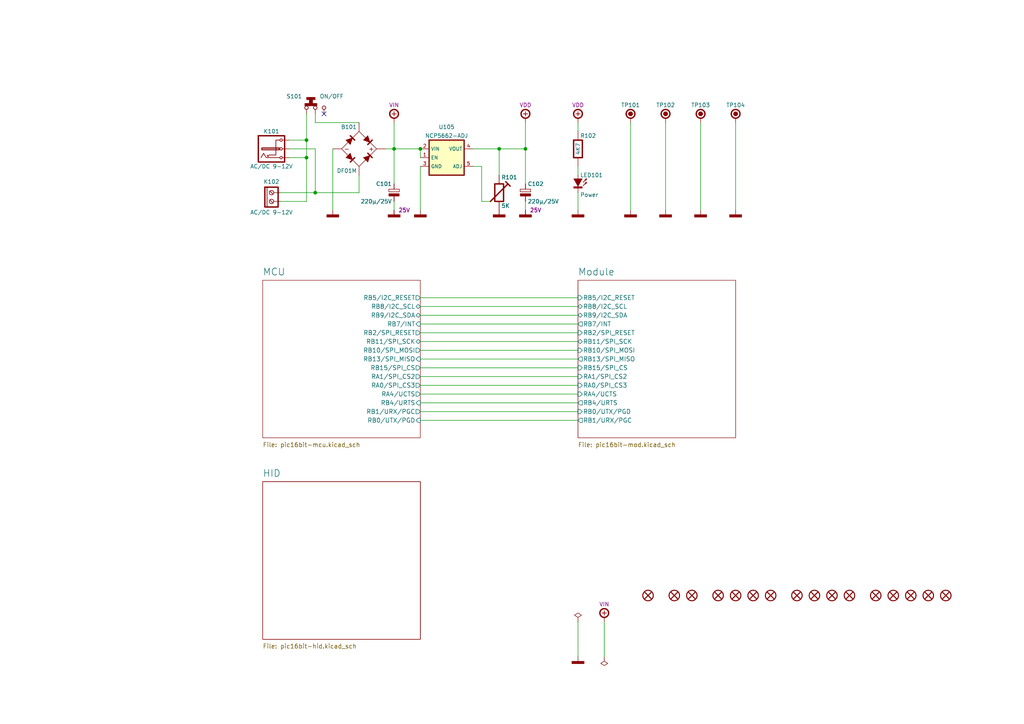
<source format=kicad_sch>
(kicad_sch (version 20230121) (generator eeschema)
  (paper "A4")
  (title_block (title "Root & Power") (date "01/2022") (rev "A") (comment 1 "PIC16-Bit Trainer"))
  (lib_symbols
    (symbol "tronixio:3M-SJ5376" (pin_numbers hide) (pin_names (offset 0) hide)
      (symbol "3M-SJ5376_0_1"
        (polyline (pts (xy -1.016 -1.016) (xy 1.016 1.016)) (stroke (width 0.3)))
        (polyline (pts (xy 1.016 -1.016) (xy -1.016 1.016)) (stroke (width 0.3)))
        (circle (center 0 0) (radius 1.524) (stroke (width 0.3)))
      )
    )
    (symbol "tronixio:CK-1101M2" (pin_numbers hide) (pin_names (offset 0) hide)
      (property "Reference" "S" (at 0 8.89 0))
      (property "Value" "CK-1101M2" (at 0 6.35 0))
      (symbol "CK-1101M2_0_1"
        (rectangle (start -3.048 3.048) (end 0.508 2.286) (stroke (width 0.001)) (fill (type outline)))
        (circle (center -2.54 1.778) (radius 0.508) (stroke (width 0.2)))
        (rectangle (start -2.54 4.826) (end 0 4.064) (stroke (width 0.001)) (fill (type outline)))
        (rectangle (start -1.778 3.048) (end -0.762 4.064) (stroke (width 0.001)) (fill (type outline)))
        (circle (center 0 1.778) (radius 0.508) (stroke (width 0.2)))
        (circle (center 2.54 1.778) (radius 0.508) (stroke (width 0.2)))
        (pin passive line (at -2.54 0 90) (length 1.27) (name "1") (number "1"))
        (pin passive line (at 0 0 90) (length 1.27) (name "2") (number "2"))
        (pin passive line (at 2.54 0 90) (length 1.27) (name "3") (number "3"))
      )
    )
    (symbol "tronixio:CUI-PJ-102AH-TH" (pin_numbers hide) (pin_names (offset 0) hide)
      (property "Reference" "K" (at 0 5.08 0))
      (property "Value" "CUI-PJ-102AH-TH" (at 0 -5.08 0))
      (symbol "CUI-PJ-102AH-TH_0_1"
        (rectangle (start -3.81 -3.81) (end 3.81 3.81) (stroke (width 0.4)))
        (rectangle (start -2.794 0.254) (end 2.286 -0.254) (stroke (width 0.3)))
        (polyline (pts (xy -3.048 -2.54) (xy -2.286 -1.27) (xy -1.524 -2.54) (xy 2.286 -2.54)) (stroke (width 0.2)))
        (polyline (pts (xy -1.27 -1.778) (xy -1.016 -2.286) (xy -0.762 -1.778) (xy 1.27 -1.778) (xy 1.27 2.54) (xy 2.286 2.54)) (stroke (width 0.2)))
        (circle (center 2.794 -2.54) (radius 0.3592) (stroke (width 0.2)))
        (circle (center 2.794 0) (radius 0.3592) (stroke (width 0.2)))
        (circle (center 2.794 2.54) (radius 0.3592) (stroke (width 0.2)))
      )
      (symbol "CUI-PJ-102AH-TH_1_1"
        (pin passive line (at 5.08 0 180) (length 1.905) (name "~") (number "1"))
        (pin passive line (at 5.08 -2.54 180) (length 1.905) (name "~") (number "2"))
        (pin passive line (at 5.08 2.54 180) (length 1.905) (name "~") (number "3"))
      )
    )
    (symbol "tronixio:CUI-TB006-508-02BE" (pin_numbers hide) (pin_names (offset 0) hide)
      (property "Reference" "K" (at 0 2.54 0))
      (property "Value" "CUI-TB006-508-02BE" (at 0 -6.35 0))
      (symbol "CUI-TB006-508-02BE_0_1"
        (rectangle (start -1.92 1.6) (end 1.92 -4.16) (stroke (width 0.4)))
        (circle (center 0 -2.54) (radius 0.635) (stroke (width 0.2)))
        (polyline (pts (xy 0.32 -2.24) (xy -0.32 -2.88)) (stroke (width 0.2)))
        (polyline (pts (xy 0.32 0.32) (xy -0.32 -0.32)) (stroke (width 0.2)))
        (polyline (pts (xy 1.28 1.6) (xy 1.28 -4.16)) (stroke (width 0.2)))
        (circle (center 0 0) (radius 0.635) (stroke (width 0.2)))
      )
      (symbol "CUI-TB006-508-02BE_1_1"
        (pin passive line (at -2.54 0 0) (length 1.905) (name "1") (number "1"))
        (pin passive line (at -2.54 -2.54 0) (length 1.905) (name "2") (number "2"))
      )
    )
    (symbol "tronixio:HARWIN-JUMPER-0254-06MM-BLACK" (pin_numbers hide) (pin_names (offset 0) hide)
      (symbol "HARWIN-JUMPER-0254-06MM-BLACK_0_1"
        (polyline (pts (xy -1.016 -1.016) (xy 1.016 1.016)) (stroke (width 0.3)))
        (polyline (pts (xy 1.016 -1.016) (xy -1.016 1.016)) (stroke (width 0.3)))
        (circle (center 0 0) (radius 1.524) (stroke (width 0.3)))
      )
    )
    (symbol "tronixio:HARWIN-JUMPER-0254-06MM-RED" (pin_numbers hide) (pin_names (offset 0) hide)
      (symbol "HARWIN-JUMPER-0254-06MM-RED_0_1"
        (polyline (pts (xy -1.016 -1.016) (xy 1.016 1.016)) (stroke (width 0.3)))
        (polyline (pts (xy 1.016 -1.016) (xy -1.016 1.016)) (stroke (width 0.3)))
        (circle (center 0 0) (radius 1.524) (stroke (width 0.3)))
      )
    )
    (symbol "tronixio:HARWIN-JUMPER-0254-14MM-BLACK" (pin_numbers hide) (pin_names (offset 0) hide)
      (symbol "HARWIN-JUMPER-0254-14MM-BLACK_0_1"
        (polyline (pts (xy -1.016 -1.016) (xy 1.016 1.016)) (stroke (width 0.3)))
        (polyline (pts (xy 1.016 -1.016) (xy -1.016 1.016)) (stroke (width 0.3)))
        (circle (center 0 0) (radius 1.524) (stroke (width 0.3)))
      )
    )
    (symbol "tronixio:KEYSTONE-2000-3" (pin_numbers hide) (pin_names (offset 0) hide)
      (property "Reference" "TP" (at 0 7.62 0))
      (property "Value" "KEYSTONE-2000-3" (at 0 5.08 0))
      (symbol "KEYSTONE-2000-3_0_1"
        (circle (center 0 2.54) (radius 0.635) (stroke (width 0.001)) (fill (type outline)))
        (circle (center 0 2.54) (radius 1.27) (stroke (width 0.4)))
      )
      (symbol "KEYSTONE-2000-3_1_1"
        (pin passive line (at 0 0 90) (length 1.27) (name "1") (number "1"))
      )
    )
    (symbol "tronixio:KEYSTONE-24283" (pin_numbers hide) (pin_names (offset 0) hide)
      (symbol "KEYSTONE-24283_0_1"
        (polyline (pts (xy -1.016 -1.016) (xy 1.016 1.016)) (stroke (width 0.3)))
        (polyline (pts (xy 1.016 -1.016) (xy -1.016 1.016)) (stroke (width 0.3)))
        (circle (center 0 0) (radius 1.524) (stroke (width 0.3)))
      )
    )
    (symbol "tronixio:KEYSTONE-5006" (pin_numbers hide) (pin_names (offset 0) hide)
      (property "Reference" "TP" (at 0 5.08 0))
      (property "Value" "KEYSTONE-5006" (at 0 7.62 0))
      (symbol "KEYSTONE-5006_0_1"
        (circle (center 0 2.54) (radius 0.635) (stroke (width 0.001)) (fill (type outline)))
        (circle (center 0 2.54) (radius 1.27) (stroke (width 0.4)))
      )
      (symbol "KEYSTONE-5006_1_1"
        (pin passive line (at 0 0 90) (length 1.27) (name "1") (number "1"))
      )
    )
    (symbol "tronixio:KINGBRIGHT-LED-05MM-TH" (pin_numbers hide) (pin_names (offset 0) hide)
      (property "Reference" "LED" (at 0 -2.54 0))
      (property "Value" "RED" (at 0 -5.08 0))
      (symbol "KINGBRIGHT-LED-05MM-TH_0_1"
        (rectangle (start -1.27 1.27) (end -0.762 -1.27) (stroke (width 0.001)) (fill (type outline)))
        (polyline (pts (xy 1.524 -1.27) (xy 1.524 1.27) (xy -0.762 0) (xy 1.524 -1.27)) (stroke (width 0.001)) (fill (type outline)))
        (polyline (pts (xy -0.508 1.524) (xy 0.508 2.54) (xy 0.254 2.032) (xy 0 2.286) (xy 0.508 2.54)) (stroke (width 0.2)))
        (polyline (pts (xy 0.508 1.524) (xy 1.524 2.54) (xy 1.27 2.032) (xy 1.016 2.286) (xy 1.524 2.54)) (stroke (width 0.2)))
      )
      (symbol "KINGBRIGHT-LED-05MM-TH_1_1"
        (pin passive line (at -2.54 0 0) (length 1.27) (name "C") (number "1"))
        (pin passive line (at 2.54 0 180) (length 1.27) (name "A") (number "2"))
      )
    )
    (symbol "tronixio:NICHICON-UVZ-220U-25V" (pin_numbers hide) (pin_names (offset 0) hide)
      (property "Reference" "C" (at 1.27 2.54 0))
      (property "Value" "220µ" (at 1.27 -2.54 0))
      (property "Voltage" "25V" (at 1.27 -5.08 0))
      (symbol "NICHICON-UVZ-220U-25V_0_1"
        (rectangle (start -1.524 -0.254) (end 1.524 -1.016) (stroke (width 0.001)) (fill (type outline)))
        (rectangle (start -1.524 1.016) (end 1.524 0.254) (stroke (width 0.1524)))
      )
      (symbol "NICHICON-UVZ-220U-25V_1_1"
        (pin passive line (at 0 2.54 270) (length 1.5) (name "~") (number "1"))
        (pin passive line (at 0 -2.54 90) (length 1.905) (name "~") (number "2"))
      )
    )
    (symbol "tronixio:ONSEMI-DF01M" (pin_numbers hide) (pin_names (offset 0) hide)
      (property "Reference" "B" (at -1.27 6.35 0))
      (property "Value" "ONSEMI-DF01M" (at 1.27 6.35 0))
      (symbol "ONSEMI-DF01M_0_0"
        (text "+" (at 3.556 0 0) (effects (font (size 1.27 1.27))))
        (text "-" (at -3.556 0 0) (effects (font (size 1.27 1.27))))
        (text "~" (at 0 -3.81 0) (effects (font (size 1.27 1.27))))
        (text "~" (at 0 3.81 0) (effects (font (size 1.27 1.27))))
      )
      (symbol "ONSEMI-DF01M_0_1"
        (polyline (pts (xy -2.54 -3.81) (xy -1.27 -2.54)) (stroke (width 0.4)))
        (polyline (pts (xy -2.54 2.54) (xy -2.54 2.54)) (stroke (width 0.1524)))
        (polyline (pts (xy -2.54 3.81) (xy -1.27 2.54)) (stroke (width 0.4)))
        (polyline (pts (xy 3.81 -2.54) (xy 2.54 -1.27)) (stroke (width 0.4)))
        (polyline (pts (xy 3.81 2.54) (xy 2.54 1.27)) (stroke (width 0.4)))
        (polyline (pts (xy -3.81 2.54) (xy -2.54 1.27) (xy -1.905 3.175) (xy -3.81 2.54)) (stroke (width 0.1524)) (fill (type outline)))
        (polyline (pts (xy -2.54 -1.27) (xy -3.81 -2.54) (xy -1.905 -3.175) (xy -2.54 -1.27)) (stroke (width 0.1524)) (fill (type outline)))
        (polyline (pts (xy 1.27 -2.54) (xy 2.54 -3.81) (xy 3.175 -1.905) (xy 1.27 -2.54)) (stroke (width 0.1524)) (fill (type outline)))
        (polyline (pts (xy 2.54 3.81) (xy 1.27 2.54) (xy 3.175 1.905) (xy 2.54 3.81)) (stroke (width 0.1524)) (fill (type outline)))
        (polyline (pts (xy -5.08 0) (xy 0 5.08) (xy 5.08 0) (xy 0 -5.08) (xy -5.08 0)) (stroke (width 0.1524)))
      )
      (symbol "ONSEMI-DF01M_1_1"
        (pin passive line (at 7.62 0 180) (length 2.54) (name "1") (number "1"))
        (pin passive line (at -7.62 0 0) (length 2.54) (name "2") (number "2"))
        (pin passive line (at 0 -7.62 90) (length 2.54) (name "3") (number "3"))
        (pin passive line (at 0 7.62 270) (length 2.54) (name "4") (number "4"))
      )
    )
    (symbol "tronixio:ONSEMI-NCP5662-ADJ-TO263" (pin_names (offset 0.5))
      (property "Reference" "U" (at 7.62 3.81 0))
      (property "Value" "ONSEMI-NCP5662-ADJ-TO263" (at 7.62 -8.89 0))
      (symbol "ONSEMI-NCP5662-ADJ-TO263_0_1"
        (rectangle (start 2.54 2.54) (end 12.7 -7.62) (stroke (width 0.4)) (fill (type background)))
      )
      (symbol "ONSEMI-NCP5662-ADJ-TO263_1_1"
        (pin input line (at 0 -2.54 0) (length 2.54) (name "EN") (number "1"))
        (pin power_in line (at 0 0 0) (length 2.54) (name "VIN") (number "2"))
        (pin power_in line (at 0 -5.08 0) (length 2.54) (name "GND") (number "3"))
        (pin power_out line (at 15.24 0 180) (length 2.54) (name "VOUT") (number "4"))
        (pin passive line (at 15.24 -5.08 180) (length 2.54) (name "ADJ") (number "5"))
      )
    )
    (symbol "tronixio:PE-450-4X6X-BLACK" (pin_numbers hide) (pin_names (offset 0) hide)
      (symbol "PE-450-4X6X-BLACK_0_1"
        (polyline (pts (xy -1.016 -1.016) (xy 1.016 1.016)) (stroke (width 0.3)))
        (polyline (pts (xy 1.016 -1.016) (xy -1.016 1.016)) (stroke (width 0.3)))
        (circle (center 0 0) (radius 1.524) (stroke (width 0.3)))
      )
    )
    (symbol "tronixio:POWER-FLAG" (power) (pin_numbers hide) (pin_names (offset 0) hide)
      (symbol "POWER-FLAG_0_0"
        (pin power_out line (at 0 0 90) (length 0) (name "pwr") (number "1"))
      )
      (symbol "POWER-FLAG_0_1"
        (polyline (pts (xy 0 0) (xy 0 1.27) (xy -1.016 1.905) (xy 0 2.54) (xy 1.016 1.905) (xy 0 1.27)))
      )
    )
    (symbol "tronixio:POWER-GND" (power) (pin_numbers hide) (pin_names (offset 0) hide)
      (symbol "POWER-GND_0_1"
        (rectangle (start -1.778 -2.032) (end 1.778 -1.27) (stroke (width 0.001)) (fill (type outline)))
      )
      (symbol "POWER-GND_1_1"
        (pin power_in line (at 0 0 270) (length 1.27) (name "GND") (number "1"))
      )
    )
    (symbol "tronixio:POWER-VDD" (power) (pin_numbers hide) (pin_names (offset 0) hide)
      (property "Name" "VDD" (at 0 5.08 0))
      (symbol "POWER-VDD_0_1"
        (polyline (pts (xy -0.635 2.54) (xy 0.635 2.54)) (stroke (width 0.2)))
        (polyline (pts (xy 0 1.905) (xy 0 3.175)) (stroke (width 0.2)))
        (circle (center 0 2.54) (radius 1.27) (stroke (width 0.4)))
      )
      (symbol "POWER-VDD_1_1"
        (pin power_in line (at 0 0 90) (length 1.27) (name "VDD") (number "1"))
      )
    )
    (symbol "tronixio:POWER-VIN" (power) (pin_numbers hide) (pin_names (offset 0) hide)
      (property "Name" "VIN" (at 0 5.08 0))
      (symbol "POWER-VIN_0_1"
        (polyline (pts (xy -0.635 2.54) (xy 0.635 2.54)) (stroke (width 0.2)))
        (polyline (pts (xy 0 1.905) (xy 0 3.175)) (stroke (width 0.2)))
        (circle (center 0 2.54) (radius 1.27) (stroke (width 0.4)))
      )
      (symbol "POWER-VIN_1_1"
        (pin power_in line (at 0 0 90) (length 1.27) (name "VIN") (number "1"))
      )
    )
    (symbol "tronixio:RESISTOR-1016TH-4K7" (pin_numbers hide) (pin_names (offset 0) hide)
      (property "Reference" "R" (at 2.54 1.27 0))
      (property "Value" "RESISTOR-1016TH-4K7" (at 2.54 -1.27 0))
      (symbol "RESISTOR-1016TH-4K7_0_1"
        (rectangle (start -1.27 -2.54) (end 1.27 2.54) (stroke (width 0.4)))
      )
      (symbol "RESISTOR-1016TH-4K7_1_1"
        (pin passive line (at 0 5.08 270) (length 2.54) (name "~") (number "1"))
        (pin passive line (at 0 -5.08 90) (length 2.54) (name "~") (number "2"))
      )
    )
    (symbol "tronixio:VISHAY-5K-64W" (pin_numbers hide) (pin_names (offset 0) hide)
      (property "Reference" "R" (at 2.54 3.81 0))
      (property "Value" "VISHAY-5K-64W" (at 2.54 1.27 0))
      (symbol "VISHAY-5K-64W_0_1"
        (rectangle (start -1.27 -2.54) (end 1.27 2.54) (stroke (width 0.4)))
        (polyline (pts (xy -3.175 1.905) (xy -1.905 3.175)) (stroke (width 0.4)))
        (polyline (pts (xy 2.54 -2.54) (xy -2.54 2.54)) (stroke (width 0.4)))
      )
      (symbol "VISHAY-5K-64W_1_1"
        (pin passive line (at 0 -5.08 90) (length 2.54) (name "~") (number "1"))
        (pin passive line (at 2.54 -2.54 180) (length 0) (name "~") (number "2"))
        (pin passive line (at 0 5.08 270) (length 2.54) (name "~") (number "3"))
      )
    )
  )
  (junction (at 91.44 55.88))
  (junction (at 114.3 43.18))
  (junction (at 121.92 43.18))
  (junction (at 152.4 43.18))
  (junction (at 88.9 45.72))
  (junction (at 144.78 43.18))
  (junction (at 88.9 40.64))
  (no_connect (at 93.98 33.02))
  (wire (pts (xy 104.14 50.8) (xy 104.14 55.88)))
  (wire (pts (xy 121.92 111.76) (xy 167.64 111.76)))
  (wire (pts (xy 83.82 45.72) (xy 88.9 45.72)))
  (wire (pts (xy 175.26 180.34) (xy 175.26 190.5)))
  (wire (pts (xy 121.92 99.06) (xy 167.64 99.06)))
  (wire (pts (xy 114.3 58.42) (xy 114.3 60.96)))
  (wire (pts (xy 88.9 45.72) (xy 88.9 40.64)))
  (wire (pts (xy 137.16 43.18) (xy 144.78 43.18)))
  (wire (pts (xy 81.28 55.88) (xy 91.44 55.88)))
  (wire (pts (xy 81.28 58.42) (xy 88.9 58.42)))
  (wire (pts (xy 88.9 40.64) (xy 88.9 33.02)))
  (wire (pts (xy 139.7 48.26) (xy 139.7 58.42)))
  (wire (pts (xy 121.92 91.44) (xy 167.64 91.44)))
  (wire (pts (xy 114.3 43.18) (xy 114.3 53.34)))
  (wire (pts (xy 121.92 45.72) (xy 121.92 43.18)))
  (wire (pts (xy 167.64 35.56) (xy 167.64 38.1)))
  (wire (pts (xy 152.4 43.18) (xy 152.4 53.34)))
  (wire (pts (xy 121.92 121.92) (xy 167.64 121.92)))
  (wire (pts (xy 121.92 88.9) (xy 167.64 88.9)))
  (wire (pts (xy 213.36 35.56) (xy 213.36 60.96)))
  (wire (pts (xy 111.76 43.18) (xy 114.3 43.18)))
  (wire (pts (xy 83.82 40.64) (xy 88.9 40.64)))
  (wire (pts (xy 182.88 35.56) (xy 182.88 60.96)))
  (wire (pts (xy 121.92 119.38) (xy 167.64 119.38)))
  (wire (pts (xy 152.4 35.56) (xy 152.4 43.18)))
  (wire (pts (xy 144.78 43.18) (xy 144.78 50.8)))
  (wire (pts (xy 121.92 96.52) (xy 167.64 96.52)))
  (wire (pts (xy 91.44 33.02) (xy 91.44 35.56)))
  (wire (pts (xy 121.92 86.36) (xy 167.64 86.36)))
  (wire (pts (xy 121.92 106.68) (xy 167.64 106.68)))
  (wire (pts (xy 144.78 43.18) (xy 152.4 43.18)))
  (wire (pts (xy 121.92 116.84) (xy 167.64 116.84)))
  (wire (pts (xy 91.44 55.88) (xy 104.14 55.88)))
  (wire (pts (xy 167.64 48.26) (xy 167.64 50.8)))
  (wire (pts (xy 121.92 114.3) (xy 167.64 114.3)))
  (wire (pts (xy 167.64 55.88) (xy 167.64 60.96)))
  (wire (pts (xy 167.64 180.34) (xy 167.64 190.5)))
  (wire (pts (xy 83.82 43.18) (xy 91.44 43.18)))
  (wire (pts (xy 114.3 35.56) (xy 114.3 43.18)))
  (wire (pts (xy 152.4 58.42) (xy 152.4 60.96)))
  (wire (pts (xy 121.92 48.26) (xy 121.92 60.96)))
  (wire (pts (xy 121.92 101.6) (xy 167.64 101.6)))
  (wire (pts (xy 88.9 58.42) (xy 88.9 45.72)))
  (wire (pts (xy 137.16 48.26) (xy 139.7 48.26)))
  (wire (pts (xy 96.52 43.18) (xy 96.52 60.96)))
  (wire (pts (xy 114.3 43.18) (xy 121.92 43.18)))
  (wire (pts (xy 193.04 35.56) (xy 193.04 60.96)))
  (wire (pts (xy 91.44 35.56) (xy 104.14 35.56)))
  (wire (pts (xy 203.2 35.56) (xy 203.2 60.96)))
  (wire (pts (xy 121.92 104.14) (xy 167.64 104.14)))
  (wire (pts (xy 139.7 58.42) (xy 142.24 58.42)))
  (wire (pts (xy 121.92 109.22) (xy 167.64 109.22)))
  (wire (pts (xy 121.92 93.98) (xy 167.64 93.98)))
  (wire (pts (xy 91.44 43.18) (xy 91.44 55.88)))
  (symbol (lib_id "tronixio:CUI-TB006-508-02BE") (at 78.74 55.88 0) (mirror y) (unit 1)
    (property "Reference" "K102" (at 78.74 52.705 0) (effects (font (size 1.15 1.15))))
    (property "Value" "AC/DC 9-12V" (at 78.74 61.595 0) (effects (font (size 1.15 1.15))))
    (property "Footprint" "tronixio:CUI-TB006-508-02BE" (effects hide))
    (property "Datasheet" "https://www.cuidevices.com/product/interconnect/connectors/terminal-blocks/tb006-508-series" (effects hide))
    (property "Mouser" "490-TB006-508-02BE" (effects hide))
  )
  (symbol (lib_id "tronixio:POWER-GND") (at 203.2 60.96 0) (unit 1)
    (property "Reference" "#PWR0139" (effects hide))
    (property "Value" "POWER-GND" (effects hide))
    (property "Name" "GND" (effects hide))
  )
  (symbol (lib_id "tronixio:KEYSTONE-24283") (at 241.3 172.72 0) (unit 1)
    (property "Reference" "U103" (effects hide))
    (property "Value" "KEYSTONE-24283" (effects hide))
    (property "Footprint" "tronixio:KEYSTONE-24283" (effects hide))
    (property "Datasheet" "https://www.mouser.fr/datasheet/2/215/4283-24288-745736.pdf" (effects hide))
    (property "Mouser" "534-24283" (effects hide))
  )
  (symbol (lib_id "tronixio:KEYSTONE-24283") (at 231.14 172.72 0) (unit 1)
    (property "Reference" "U101" (effects hide))
    (property "Value" "KEYSTONE-24283" (effects hide))
    (property "Footprint" "tronixio:KEYSTONE-24283" (effects hide))
    (property "Datasheet" "https://www.mouser.fr/datasheet/2/215/4283-24288-745736.pdf" (effects hide))
    (property "Mouser" "534-24283" (effects hide))
  )
  (symbol (lib_id "tronixio:KEYSTONE-5006") (at 182.88 35.56 0) (unit 1)
    (property "Reference" "TP101" (at 182.88 30.48 0) (effects (font (size 1.15 1.15))))
    (property "Value" "GND" (effects hide))
    (property "Footprint" "tronixio:KEYSTONE-5006" (effects hide))
    (property "Datasheet" "https://www.keyelco.com/product.cfm/product_id/1315" (effects hide))
    (property "Mouser" "534-5006" (effects hide))
  )
  (symbol (lib_id "tronixio:3M-SJ5376") (at 269.24 172.72 0) (unit 1)
    (property "Reference" "X104" (effects hide))
    (property "Value" "3M-SJ5376" (effects hide))
    (property "Footprint" "tronixio:3M-SJ5376" (effects hide))
    (property "Datasheet" "https://multimedia.3m.com/mws/media/743845O/sjxx76-pdf.pdf" (effects hide))
    (property "Mouser" "517-SJ5376" (effects hide))
  )
  (symbol (lib_id "tronixio:KEYSTONE-24283") (at 236.22 172.72 0) (unit 1)
    (property "Reference" "U102" (effects hide))
    (property "Value" "KEYSTONE-24283" (effects hide))
    (property "Footprint" "tronixio:KEYSTONE-24283" (effects hide))
    (property "Datasheet" "https://www.mouser.fr/datasheet/2/215/4283-24288-745736.pdf" (effects hide))
    (property "Mouser" "534-24283" (effects hide))
  )
  (symbol (lib_id "tronixio:3M-SJ5376") (at 274.32 172.72 0) (unit 1)
    (property "Reference" "X105" (effects hide))
    (property "Value" "3M-SJ5376" (effects hide))
    (property "Footprint" "tronixio:3M-SJ5376" (effects hide))
    (property "Datasheet" "https://multimedia.3m.com/mws/media/743845O/sjxx76-pdf.pdf" (effects hide))
    (property "Mouser" "517-SJ5376" (effects hide))
  )
  (symbol (lib_id "tronixio:POWER-GND") (at 114.3 60.96 0) (unit 1)
    (property "Reference" "#PWR0103" (effects hide))
    (property "Value" "POWER-GND" (effects hide))
    (property "Name" "GND" (effects hide))
  )
  (symbol (lib_id "tronixio:HARWIN-JUMPER-0254-14MM-BLACK") (at 223.52 172.72 0) (unit 1)
    (property "Reference" "H104" (effects hide))
    (property "Value" "HARWIN-JUMPER-0254-14MM-BLACK" (effects hide))
    (property "Footprint" "tronixio:HARWIN-M20-7680-7683" (effects hide))
    (property "Datasheet" "https://cdn.harwin.com/pdfs/M7680-M7683.pdf" (effects hide))
    (property "Mouser" "855-M7682" (effects hide))
  )
  (symbol (lib_id "tronixio:POWER-GND") (at 167.64 60.96 0) (unit 1)
    (property "Reference" "#PWR0109" (effects hide))
    (property "Value" "POWER-GND" (effects hide))
    (property "Name" "GND" (effects hide))
  )
  (symbol (lib_id "tronixio:CUI-PJ-102AH-TH") (at 78.74 43.18 0) (unit 1)
    (property "Reference" "K101" (at 78.74 38.1 0) (effects (font (size 1.15 1.15))))
    (property "Value" "AC/DC 9-12V" (at 78.74 48.26 0) (effects (font (size 1.15 1.15))))
    (property "Footprint" "tronixio:CUI-PJ-102AH" (effects hide))
    (property "Datasheet" "https://www.cuidevices.com/product/interconnect/connectors/dc-power-connectors/jacks/pj-102ah" (effects hide))
    (property "Mouser" "490-PJ-102AH" (effects hide))
  )
  (symbol (lib_id "tronixio:KEYSTONE-5006") (at 193.04 35.56 0) (unit 1)
    (property "Reference" "TP102" (at 193.04 30.48 0) (effects (font (size 1.15 1.15))))
    (property "Value" "GND" (effects hide))
    (property "Footprint" "tronixio:KEYSTONE-5006" (effects hide))
    (property "Datasheet" "https://www.keyelco.com/product.cfm/product_id/1315" (effects hide))
    (property "Mouser" "534-5006" (effects hide))
  )
  (symbol (lib_id "tronixio:ONSEMI-NCP5662-ADJ-TO263") (at 121.92 43.18 0) (unit 1)
    (property "Reference" "U105" (at 129.54 36.83 0) (effects (font (size 1.15 1.15))))
    (property "Value" "NCP5662-ADJ" (at 129.54 39.37 0) (effects (font (size 1.15 1.15))))
    (property "Footprint" "tronixio:TO-263-5" (effects hide))
    (property "Datasheet" "http://www.onsemi.com/pub/Collateral/NCP5662-D.PDF" (effects hide))
    (property "Mouser" "863-NCP5662DSADJR4G" (effects hide))
  )
  (symbol (lib_id "tronixio:VISHAY-5K-64W") (at 144.78 55.88 0) (mirror y) (unit 1)
    (property "Reference" "R101" (at 145.415 51.435 0) (effects (font (size 1.15 1.15)) (justify right)))
    (property "Value" "5K" (at 145.415 59.69 0) (effects (font (size 1.15 1.15)) (justify right)))
    (property "Footprint" "tronixio:TRIMMER-64W" (effects hide))
    (property "Datasheet" "https://www.vishay.com/docs/57028/64.pdf" (effects hide))
    (property "Tolerance" "10%" (effects hide))
    (property "Mouser" "594-64W502" (effects hide))
  )
  (symbol (lib_id "tronixio:KEYSTONE-2000-3") (at 213.36 35.56 0) (unit 1)
    (property "Reference" "TP104" (at 213.36 30.48 0) (effects (font (size 1.15 1.15))))
    (property "Value" "GND" (effects hide))
    (property "Footprint" "tronixio:KEYSTONE-2000-3" (effects hide))
    (property "Datasheet" "https://www.keyelco.com/product.cfm/product_id/3037" (effects hide))
    (property "Mouser" "534-2000-3" (effects hide))
  )
  (symbol (lib_id "tronixio:HARWIN-JUMPER-0254-06MM-BLACK") (at 195.58 172.72 0) (unit 1)
    (property "Reference" "JP101" (effects hide))
    (property "Value" "HARWIN-JUMPER-0254-06MM-BLACK" (effects hide))
    (property "Footprint" "tronixio:HARWIN-M20-7580-7583" (effects hide))
    (property "Datasheet" "https://cdn.harwin.com/pdfs/M7580-M7583.pdf" (effects hide))
    (property "Mouser" "855-M7582" (effects hide))
  )
  (symbol (lib_id "tronixio:POWER-FLAG") (at 167.64 180.34 0) (unit 1)
    (property "Reference" "#FLG0101" (effects hide))
    (property "Value" "POWER-FLAG" (effects hide))
  )
  (symbol (lib_id "tronixio:POWER-GND") (at 96.52 60.96 0) (unit 1)
    (property "Reference" "#PWR0101" (effects hide))
    (property "Value" "POWER-GND" (effects hide))
    (property "Name" "GND" (effects hide))
  )
  (symbol (lib_id "tronixio:HARWIN-JUMPER-0254-14MM-BLACK") (at 213.36 172.72 0) (unit 1)
    (property "Reference" "H102" (effects hide))
    (property "Value" "HARWIN-JUMPER-0254-14MM-BLACK" (effects hide))
    (property "Footprint" "tronixio:HARWIN-M20-7680-7683" (effects hide))
    (property "Datasheet" "https://cdn.harwin.com/pdfs/M7680-M7683.pdf" (effects hide))
    (property "Mouser" "855-M7682" (effects hide))
  )
  (symbol (lib_id "tronixio:POWER-VIN") (at 175.26 180.34 0) (unit 1)
    (property "Reference" "#PWR0111" (effects hide))
    (property "Value" "POWER-VIN" (effects hide))
    (property "Name" "VIN" (at 175.26 175.26 0) (effects (font (size 1.15 1.15))))
  )
  (symbol (lib_id "tronixio:POWER-GND") (at 167.64 190.5 0) (unit 1)
    (property "Reference" "#PWR0110" (effects hide))
    (property "Value" "POWER-GND" (effects hide))
    (property "Name" "GND" (effects hide))
  )
  (symbol (lib_id "tronixio:POWER-GND") (at 152.4 60.96 0) (unit 1)
    (property "Reference" "#PWR0107" (effects hide))
    (property "Value" "POWER-GND" (effects hide))
    (property "Name" "GND" (effects hide))
  )
  (symbol (lib_id "tronixio:CK-1101M2") (at 91.44 33.02 0) (unit 1)
    (property "Reference" "S101" (at 87.63 27.94 0) (effects (font (size 1.15 1.15)) (justify right)))
    (property "Value" "ON/OFF" (at 92.71 27.94 0) (effects (font (size 1.15 1.15)) (justify left)))
    (property "Footprint" "tronixio:CK-1101M2" (effects hide))
    (property "Datasheet" "http://www.ckswitches.com/products/switches/product-details/Slide/1000/" (effects hide))
    (property "Mouser" "611-1101M2S3CQE2" (effects hide))
  )
  (symbol (lib_id "tronixio:NICHICON-UVZ-220U-25V") (at 114.3 55.88 0) (unit 1)
    (property "Reference" "C101" (at 113.665 53.34 0) (effects (font (size 1.15 1.15)) (justify right)))
    (property "Value" "220µ/25V" (at 113.665 58.42 0) (effects (font (size 1.15 1.15)) (justify right)))
    (property "Footprint" "tronixio:CAPACITOR-ELECTROLYTIC-RADIAL-080-115-035" (effects hide))
    (property "Datasheet" "http://www.nichicon.co.jp/english/products/pdfs/e-uvz.pdf" (effects hide))
    (property "Voltage" "25V" (at 115.57 60.96 0) (effects (font (size 1.15 1.15)) (justify left)))
    (property "Tolerance" "20%" (effects hide))
    (property "Mouser" "647-UVZ1E221MPD" (effects hide))
  )
  (symbol (lib_id "tronixio:POWER-GND") (at 213.36 60.96 0) (unit 1)
    (property "Reference" "#PWR0114" (effects hide))
    (property "Value" "POWER-GND" (effects hide))
    (property "Name" "GND" (effects hide))
  )
  (symbol (lib_id "tronixio:POWER-FLAG") (at 175.26 190.5 180) (unit 1)
    (property "Reference" "#FLG0102" (effects hide))
    (property "Value" "POWER-FLAG" (effects hide))
  )
  (symbol (lib_id "tronixio:RESISTOR-1016TH-4K7") (at 167.64 43.18 0) (unit 1)
    (property "Reference" "R102" (at 168.275 39.37 0) (effects (font (size 1.15 1.15)) (justify left)))
    (property "Value" "4K7" (at 167.64 43.18 90) (effects (font (size 1.15 1.15))))
    (property "Footprint" "tronixio:RESISTOR-TH-1016" (effects hide))
    (property "Datasheet" "https://www.vishay.com/docs/28722/sfr16s25.pdf" (effects hide))
    (property "Tolerance" "5%" (effects hide))
    (property "Mouser" "594-SFR2500004701JR5" (effects hide))
  )
  (symbol (lib_id "tronixio:POWER-VDD") (at 167.64 35.56 0) (unit 1)
    (property "Reference" "#PWR0108" (effects hide))
    (property "Value" "POWER-VDD" (effects hide))
    (property "Name" "VDD" (at 167.64 30.48 0) (effects (font (size 1.15 1.15))))
  )
  (symbol (lib_id "tronixio:KINGBRIGHT-LED-05MM-TH") (at 167.64 53.34 270) (mirror x) (unit 1)
    (property "Reference" "LED101" (at 168.275 50.8 90) (effects (font (size 1.15 1.15)) (justify left)))
    (property "Value" "Power" (at 168.275 56.515 90) (effects (font (size 1.15 1.15)) (justify left)))
    (property "Footprint" "tronixio:LED-TH-05MM" (effects hide))
    (property "Datasheet" "https://www.kingbrightusa.com/images/catalog/SPEC/WP7113ID.pdf" (effects hide))
    (property "Mouser" "604-WP7113ID" (effects hide))
  )
  (symbol (lib_id "tronixio:KEYSTONE-24283") (at 246.38 172.72 0) (unit 1)
    (property "Reference" "U104" (effects hide))
    (property "Value" "KEYSTONE-24283" (effects hide))
    (property "Footprint" "tronixio:KEYSTONE-24283" (effects hide))
    (property "Datasheet" "https://www.mouser.fr/datasheet/2/215/4283-24288-745736.pdf" (effects hide))
    (property "Mouser" "534-24283" (effects hide))
  )
  (symbol (lib_id "tronixio:3M-SJ5376") (at 259.08 172.72 0) (unit 1)
    (property "Reference" "X102" (effects hide))
    (property "Value" "3M-SJ5376" (effects hide))
    (property "Footprint" "tronixio:3M-SJ5376" (effects hide))
    (property "Datasheet" "https://multimedia.3m.com/mws/media/743845O/sjxx76-pdf.pdf" (effects hide))
    (property "Mouser" "517-SJ5376" (effects hide))
  )
  (symbol (lib_id "tronixio:POWER-GND") (at 193.04 60.96 0) (unit 1)
    (property "Reference" "#PWR0113" (effects hide))
    (property "Value" "POWER-GND" (effects hide))
    (property "Name" "GND" (effects hide))
  )
  (symbol (lib_id "tronixio:KEYSTONE-5006") (at 203.2 35.56 0) (unit 1)
    (property "Reference" "TP103" (at 203.2 30.48 0) (effects (font (size 1.15 1.15))))
    (property "Value" "GND" (effects hide))
    (property "Footprint" "tronixio:KEYSTONE-5006" (effects hide))
    (property "Datasheet" "https://www.keyelco.com/product.cfm/product_id/1315" (effects hide))
    (property "Mouser" "534-5006" (effects hide))
  )
  (symbol (lib_id "tronixio:POWER-GND") (at 144.78 60.96 0) (unit 1)
    (property "Reference" "#PWR0105" (effects hide))
    (property "Value" "POWER-GND" (effects hide))
    (property "Name" "GND" (effects hide))
  )
  (symbol (lib_id "tronixio:POWER-VIN") (at 114.3 35.56 0) (unit 1)
    (property "Reference" "#PWR0102" (effects hide))
    (property "Value" "POWER-VIN" (effects hide))
    (property "Name" "VIN" (at 114.3 30.48 0) (effects (font (size 1.15 1.15))))
  )
  (symbol (lib_id "tronixio:HARWIN-JUMPER-0254-06MM-RED") (at 200.66 172.72 0) (unit 1)
    (property "Reference" "JP102" (effects hide))
    (property "Value" "HARWIN-JUMPER-0254-06MM-RED" (effects hide))
    (property "Footprint" "tronixio:HARWIN-M20-7580-7583" (effects hide))
    (property "Datasheet" "https://cdn.harwin.com/pdfs/M7580-M7583.pdf" (effects hide))
    (property "Mouser" "855-M7581" (effects hide))
  )
  (symbol (lib_id "tronixio:HARWIN-JUMPER-0254-14MM-BLACK") (at 208.28 172.72 0) (unit 1)
    (property "Reference" "H101" (effects hide))
    (property "Value" "HARWIN-JUMPER-0254-14MM-BLACK" (effects hide))
    (property "Footprint" "tronixio:HARWIN-M20-7680-7683" (effects hide))
    (property "Datasheet" "https://cdn.harwin.com/pdfs/M7680-M7683.pdf" (effects hide))
    (property "Mouser" "855-M7682" (effects hide))
  )
  (symbol (lib_id "tronixio:ONSEMI-DF01M") (at 104.14 43.18 0) (unit 1)
    (property "Reference" "B101" (at 103.505 36.83 0) (effects (font (size 1.15 1.15)) (justify right)))
    (property "Value" "DF01M" (at 103.505 49.53 0) (effects (font (size 1.15 1.15)) (justify right)))
    (property "Footprint" "tronixio:DF01M" (effects hide))
    (property "Datasheet" "https://www.onsemi.com/products/discretes-drivers/diodes-rectifiers/rectifiers/df01m" (effects hide))
    (property "Mouser" "512-DF01M" (effects hide))
  )
  (symbol (lib_id "tronixio:3M-SJ5376") (at 264.16 172.72 0) (unit 1)
    (property "Reference" "X103" (effects hide))
    (property "Value" "3M-SJ5376" (effects hide))
    (property "Footprint" "tronixio:3M-SJ5376" (effects hide))
    (property "Datasheet" "https://multimedia.3m.com/mws/media/743845O/sjxx76-pdf.pdf" (effects hide))
    (property "Mouser" "517-SJ5376" (effects hide))
  )
  (symbol (lib_id "tronixio:POWER-VDD") (at 152.4 35.56 0) (unit 1)
    (property "Reference" "#PWR0106" (effects hide))
    (property "Value" "POWER-VDD" (effects hide))
    (property "Name" "VDD" (at 152.4 30.48 0) (effects (font (size 1.15 1.15))))
  )
  (symbol (lib_id "tronixio:POWER-GND") (at 182.88 60.96 0) (unit 1)
    (property "Reference" "#PWR0112" (effects hide))
    (property "Value" "POWER-GND" (effects hide))
    (property "Name" "GND" (effects hide))
  )
  (symbol (lib_id "tronixio:POWER-GND") (at 121.92 60.96 0) (unit 1)
    (property "Reference" "#PWR0104" (effects hide))
    (property "Value" "POWER-GND" (effects hide))
    (property "Name" "GND" (effects hide))
  )
  (symbol (lib_id "tronixio:PE-450-4X6X-BLACK") (at 187.96 172.72 0) (unit 1)
    (property "Reference" "K103" (effects hide))
    (property "Value" "PE-450-4X6X-BLACK" (effects hide))
    (property "Footprint" "tronixio:PE-450-4X6X" (effects hide))
    (property "Datasheet" "https://www.mouser.fr/datasheet/2/209/EPD-200220-1171146.pdf" (effects hide))
    (property "Mouser" "450-476" (effects hide))
  )
  (symbol (lib_id "tronixio:3M-SJ5376") (at 254 172.72 0) (unit 1)
    (property "Reference" "X101" (effects hide))
    (property "Value" "3M-SJ5376" (effects hide))
    (property "Footprint" "tronixio:3M-SJ5376" (effects hide))
    (property "Datasheet" "https://multimedia.3m.com/mws/media/743845O/sjxx76-pdf.pdf" (effects hide))
    (property "Mouser" "517-SJ5376" (effects hide))
  )
  (symbol (lib_id "tronixio:NICHICON-UVZ-220U-25V") (at 152.4 55.88 0) (unit 1)
    (property "Reference" "C102" (at 153.035 53.34 0) (effects (font (size 1.15 1.15)) (justify left)))
    (property "Value" "220µ/25V" (at 153.035 58.42 0) (effects (font (size 1.15 1.15)) (justify left)))
    (property "Footprint" "tronixio:CAPACITOR-ELECTROLYTIC-RADIAL-080-115-035" (effects hide))
    (property "Datasheet" "http://www.nichicon.co.jp/english/products/pdfs/e-uvz.pdf" (effects hide))
    (property "Voltage" "25V" (at 153.67 60.96 0) (effects (font (size 1.15 1.15)) (justify left)))
    (property "Tolerance" "20%" (effects hide))
    (property "Mouser" "647-UVZ1E221MPD" (effects hide))
  )
  (symbol (lib_id "tronixio:HARWIN-JUMPER-0254-14MM-BLACK") (at 218.44 172.72 0) (unit 1)
    (property "Reference" "H103" (effects hide))
    (property "Value" "HARWIN-JUMPER-0254-14MM-BLACK" (effects hide))
    (property "Footprint" "tronixio:HARWIN-M20-7680-7683" (effects hide))
    (property "Datasheet" "https://cdn.harwin.com/pdfs/M7680-M7683.pdf" (effects hide))
    (property "Mouser" "855-M7682" (effects hide))
  )
  (sheet (at 76.2 81.28) (size 45.72 45.72) (stroke (width 0.1))
    (property "Sheetname" "MCU" (at 76.2 80.01 0) (effects (font (size 2 2)) (justify left bottom)))
    (property "Sheetfile" "pic16bit-mcu.kicad_sch" (at 76.2 128.27 0) (effects (justify left top)))
    (pin "RA1{slash}SPI_CS2" output (at 121.92 109.22 0))
    (pin "RB4{slash}URTS" input (at 121.92 116.84 0))
    (pin "RB2{slash}SPI_RESET" output (at 121.92 96.52 0))
    (pin "RA4{slash}UCTS" output (at 121.92 114.3 0))
    (pin "RB5{slash}I2C_RESET" output (at 121.92 86.36 0))
    (pin "RA0{slash}SPI_CS3" output (at 121.92 111.76 0))
    (pin "RB9{slash}I2C_SDA" bidirectional (at 121.92 91.44 0))
    (pin "RB13{slash}SPI_MISO" input (at 121.92 104.14 0))
    (pin "RB15{slash}SPI_CS" output (at 121.92 106.68 0))
    (pin "RB8{slash}I2C_SCL" bidirectional (at 121.92 88.9 0))
    (pin "RB10{slash}SPI_MOSI" output (at 121.92 101.6 0))
    (pin "RB11{slash}SPI_SCK" bidirectional (at 121.92 99.06 0))
    (pin "RB7{slash}INT" input (at 121.92 93.98 0))
    (pin "RB1{slash}URX{slash}PGC" output (at 121.92 119.38 0))
    (pin "RB0{slash}UTX{slash}PGD" input (at 121.92 121.92 0))
  )
  (sheet (at 76.2 139.7) (size 45.72 45.72) (stroke (width 0.1524))
    (property "Sheetname" "HID" (at 76.2 138.43 0) (effects (font (size 2 2)) (justify left bottom)))
    (property "Sheetfile" "pic16bit-hid.kicad_sch" (at 76.2 186.69 0) (effects (justify left top)))
  )
  (sheet (at 167.64 81.28) (size 45.72 45.72) (stroke (width 0.1))
    (property "Sheetname" "Module" (at 167.64 80.01 0) (effects (font (size 2 2)) (justify left bottom)))
    (property "Sheetfile" "pic16bit-mod.kicad_sch" (at 167.64 128.27 0) (effects (justify left top)))
    (pin "RA4{slash}UCTS" input (at 167.64 114.3 180))
    (pin "RB4{slash}URTS" output (at 167.64 116.84 180))
    (pin "RA1{slash}SPI_CS2" input (at 167.64 109.22 180))
    (pin "RB7{slash}INT" output (at 167.64 93.98 180))
    (pin "RB2{slash}SPI_RESET" input (at 167.64 96.52 180))
    (pin "RA0{slash}SPI_CS3" input (at 167.64 111.76 180))
    (pin "RB5{slash}I2C_RESET" input (at 167.64 86.36 180))
    (pin "RB8{slash}I2C_SCL" bidirectional (at 167.64 88.9 180))
    (pin "RB9{slash}I2C_SDA" bidirectional (at 167.64 91.44 180))
    (pin "RB13{slash}SPI_MISO" output (at 167.64 104.14 180))
    (pin "RB10{slash}SPI_MOSI" input (at 167.64 101.6 180))
    (pin "RB15{slash}SPI_CS" input (at 167.64 106.68 180))
    (pin "RB11{slash}SPI_SCK" bidirectional (at 167.64 99.06 180))
    (pin "RB0{slash}UTX{slash}PGD" input (at 167.64 119.38 180))
    (pin "RB1{slash}URX{slash}PGC" output (at 167.64 121.92 180))
  )
)
</source>
